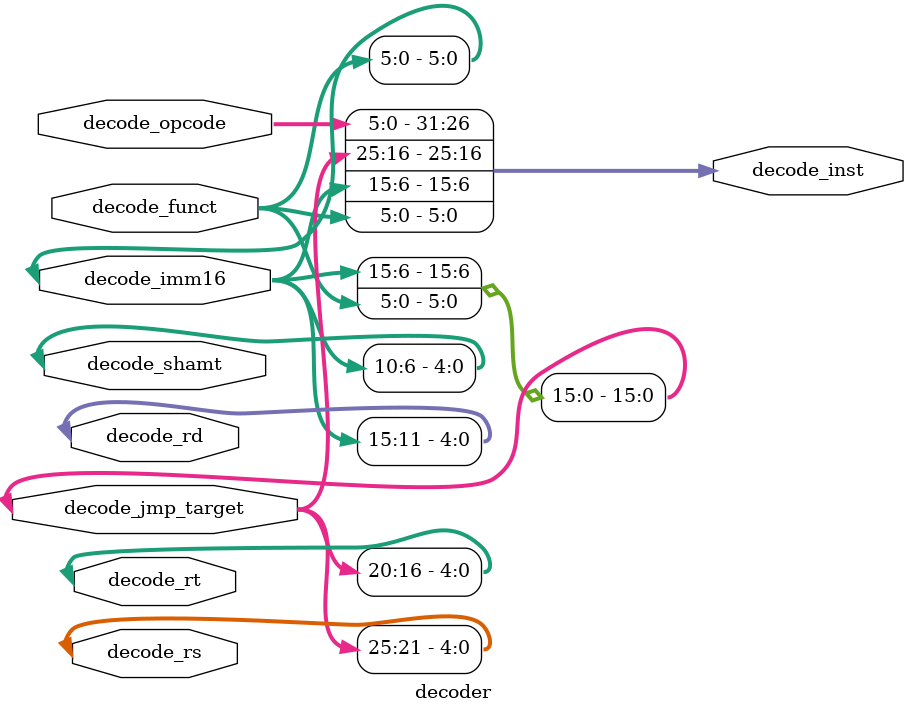
<source format=v>
module decoder(
    // output
    input [5:0] decode_opcode,
    input [5:0] decode_funct,
    input [4:0] decode_rs,
    input [4:0] decode_rt,
    input [4:0] decode_rd,
    input [15:0] decode_imm16,
    input [25:0] decode_jmp_target,
    input [4:0] decode_shamt,
    // input
    output [31:0] decode_inst
);
    assign decode_opcode = decode_inst[31:26];
    assign decode_imm16 = decode_inst[15:0];
    assign decode_jmp_target = decode_inst[25:0];
    assign decode_funct = decode_inst[5:0];
    assign decode_rs = decode_inst[25:21];
    assign decode_rt = decode_inst[20:16];
    assign decode_rd = decode_inst[15:11];
    assign decode_shamt = decode_inst[10:6];

endmodule
</source>
